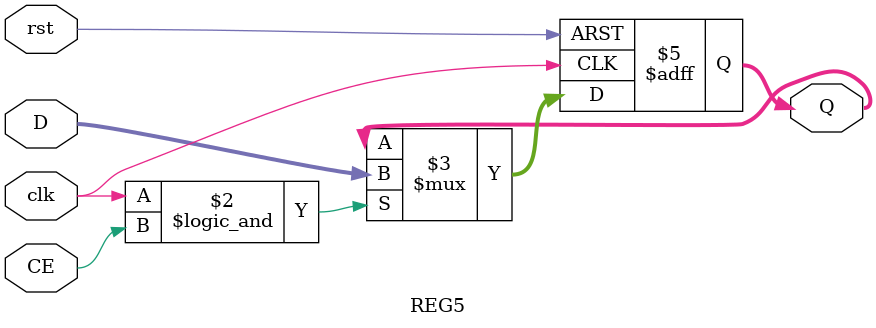
<source format=v>
`timescale 1ns / 1ps

module REG32(
input wire clk,
input wire rst,
input wire CE,
input wire [31:0] D,
output reg [31:0] Q = 32'b0
    );
	 
	 always@(posedge clk or posedge rst)
	 begin
		if(rst)	Q <= 32'b0;
		else if(clk & CE) Q <= D;
	 end


endmodule

module REG5(
input wire clk,
input wire rst,
input wire CE,
input wire [4:0] D,
output reg [4:0] Q
    );
	 
	 always@(posedge clk or posedge rst)
	 begin
		if(rst)	Q <= 5'b0;
		else if(clk && CE) Q <= D;
	 end


endmodule

</source>
